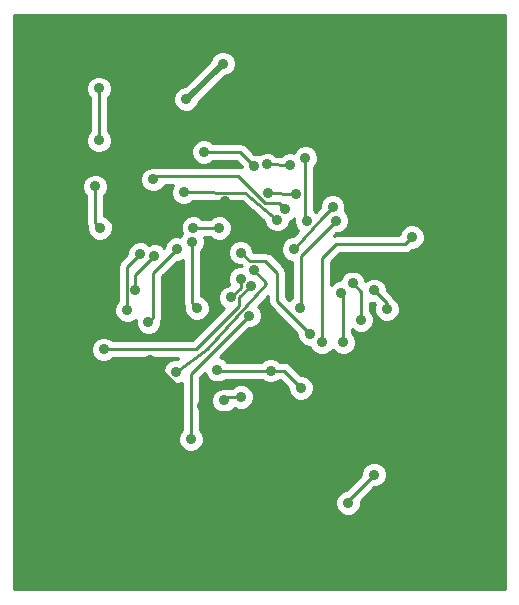
<source format=gbl>
G04 (created by PCBNEW (25-Oct-2014 BZR 4029)-stable) date Mon 07 Sep 2015 11:32:33 AM EDT*
%MOIN*%
G04 Gerber Fmt 3.4, Leading zero omitted, Abs format*
%FSLAX34Y34*%
G01*
G70*
G90*
G04 APERTURE LIST*
%ADD10C,0.00393701*%
%ADD11C,0.035*%
%ADD12C,0.02*%
%ADD13C,0.01*%
G04 APERTURE END LIST*
G54D10*
G54D11*
X47362Y-34566D03*
X48582Y-33385D03*
X50059Y-36748D03*
X50826Y-36771D03*
X49633Y-36807D03*
X47952Y-36326D03*
X51889Y-42677D03*
X54881Y-39173D03*
X47047Y-39566D03*
X46102Y-42007D03*
X47598Y-38858D03*
X48464Y-38858D03*
X56614Y-35472D03*
X46141Y-43267D03*
X47047Y-44212D03*
X46023Y-35118D03*
X44448Y-36811D03*
X46496Y-48307D03*
X47007Y-47755D03*
X54606Y-39960D03*
X55629Y-40000D03*
X57007Y-38346D03*
X49740Y-44629D03*
X47889Y-44791D03*
X48661Y-37952D03*
X44881Y-39960D03*
X50708Y-45551D03*
X50984Y-44803D03*
X55314Y-43267D03*
X55393Y-41732D03*
X42362Y-37362D03*
X43307Y-39173D03*
X45393Y-42204D03*
X44527Y-41023D03*
X56062Y-45236D03*
X55039Y-45236D03*
X46062Y-46732D03*
X44094Y-45866D03*
X52244Y-43110D03*
X54724Y-41771D03*
X45669Y-40944D03*
X46299Y-39803D03*
X44330Y-37480D03*
X44488Y-38858D03*
X44448Y-34212D03*
X44448Y-35944D03*
X47559Y-39330D03*
X47716Y-41535D03*
X46259Y-37244D03*
X50669Y-38228D03*
X47011Y-43649D03*
X49606Y-40275D03*
X44606Y-42913D03*
X49527Y-40787D03*
X49173Y-40551D03*
X48858Y-41181D03*
X52244Y-38149D03*
X50944Y-39566D03*
X47283Y-37677D03*
X50393Y-38582D03*
X52362Y-38622D03*
X51141Y-41535D03*
X54055Y-41574D03*
X53622Y-40944D03*
X53188Y-41929D03*
X52913Y-40708D03*
X48405Y-43590D03*
X51185Y-44192D03*
X50177Y-43618D03*
X51023Y-37716D03*
X50078Y-37708D03*
X51338Y-36535D03*
X51377Y-38622D03*
X49188Y-44492D03*
X48629Y-44610D03*
X52755Y-48031D03*
X53622Y-47086D03*
X51496Y-42401D03*
X49173Y-39685D03*
X45393Y-41614D03*
X45826Y-39724D03*
X52598Y-42677D03*
X52519Y-41023D03*
X47519Y-45901D03*
X49460Y-41783D03*
G54D12*
X47401Y-34566D02*
X47362Y-34566D01*
X48582Y-33385D02*
X47401Y-34566D01*
G54D13*
X50807Y-36751D02*
X50059Y-36748D01*
X50826Y-36771D02*
X50807Y-36751D01*
X49633Y-36807D02*
X49153Y-36326D01*
X49153Y-36326D02*
X47952Y-36326D01*
X51889Y-39881D02*
X51889Y-42677D01*
X52362Y-39409D02*
X51889Y-39881D01*
X54645Y-39409D02*
X52362Y-39409D01*
X54881Y-39173D02*
X54645Y-39409D01*
X46259Y-40354D02*
X47047Y-39566D01*
X46259Y-41850D02*
X46259Y-40354D01*
X46102Y-42007D02*
X46259Y-41850D01*
X47598Y-38858D02*
X48464Y-38858D01*
G54D12*
X46141Y-43307D02*
X46141Y-43267D01*
X47047Y-44212D02*
X46141Y-43307D01*
X46023Y-35236D02*
X46023Y-35118D01*
X44448Y-36811D02*
X46023Y-35236D01*
G54D13*
X46496Y-48307D02*
X47007Y-47795D01*
X47007Y-47795D02*
X47007Y-47755D01*
G54D12*
X55590Y-39960D02*
X54606Y-39960D01*
X55629Y-40000D02*
X55590Y-39960D01*
X56574Y-37913D02*
X56614Y-35472D01*
X57007Y-38346D02*
X56574Y-37913D01*
G54D13*
X49381Y-44988D02*
X49740Y-44629D01*
X48086Y-44988D02*
X49381Y-44988D01*
X47889Y-44791D02*
X48086Y-44988D01*
X48228Y-38385D02*
X48661Y-37952D01*
X46456Y-38385D02*
X48228Y-38385D01*
X44881Y-39960D02*
X46456Y-38385D01*
X50984Y-45275D02*
X50984Y-44803D01*
X50708Y-45551D02*
X50984Y-45275D01*
X55393Y-43188D02*
X55393Y-41732D01*
X55314Y-43267D02*
X55393Y-43188D01*
X42362Y-38425D02*
X42362Y-37362D01*
X42834Y-38897D02*
X42362Y-38425D01*
X43031Y-38897D02*
X42834Y-38897D01*
X43307Y-39173D02*
X43031Y-38897D01*
X44527Y-41023D02*
X44921Y-41417D01*
X44921Y-41417D02*
X44921Y-41732D01*
X44921Y-41732D02*
X45393Y-42204D01*
X55039Y-45236D02*
X56062Y-45236D01*
X46062Y-46732D02*
X45196Y-45866D01*
X45196Y-45866D02*
X44094Y-45866D01*
X53385Y-43110D02*
X52244Y-43110D01*
X54724Y-41771D02*
X53385Y-43110D01*
X45669Y-40433D02*
X45669Y-40944D01*
X46299Y-39803D02*
X45669Y-40433D01*
X44330Y-38700D02*
X44330Y-37480D01*
X44488Y-38858D02*
X44330Y-38700D01*
X44448Y-35944D02*
X44448Y-34212D01*
X47559Y-41377D02*
X47559Y-39330D01*
X47716Y-41535D02*
X47559Y-41377D01*
X46377Y-37125D02*
X46259Y-37244D01*
X49094Y-37125D02*
X46377Y-37125D01*
X50000Y-38031D02*
X49094Y-37125D01*
X50472Y-38031D02*
X50000Y-38031D01*
X50669Y-38228D02*
X50472Y-38031D01*
X48050Y-42900D02*
X47011Y-43649D01*
X50039Y-40748D02*
X48050Y-42900D01*
X50039Y-40708D02*
X50039Y-40748D01*
X49606Y-40275D02*
X50039Y-40708D01*
X47677Y-42913D02*
X44606Y-42913D01*
X49133Y-41456D02*
X47677Y-42913D01*
X49133Y-41181D02*
X49133Y-41456D01*
X49527Y-40787D02*
X49133Y-41181D01*
X49173Y-40866D02*
X49173Y-40551D01*
X48858Y-41181D02*
X49173Y-40866D01*
X51889Y-38543D02*
X52244Y-38149D01*
X50944Y-39566D02*
X51889Y-38543D01*
X49330Y-37682D02*
X47283Y-37677D01*
X50393Y-38582D02*
X49330Y-37682D01*
X51181Y-39803D02*
X52362Y-38622D01*
X51181Y-41496D02*
X51181Y-39803D01*
X51141Y-41535D02*
X51181Y-41496D01*
X54055Y-41377D02*
X54055Y-41574D01*
X53622Y-40944D02*
X54055Y-41377D01*
X53188Y-40984D02*
X53188Y-41929D01*
X52913Y-40708D02*
X53188Y-40984D01*
X48433Y-43618D02*
X50177Y-43618D01*
X48405Y-43590D02*
X48433Y-43618D01*
X51185Y-44192D02*
X50610Y-43618D01*
X50610Y-43618D02*
X50177Y-43618D01*
X50078Y-37708D02*
X51023Y-37716D01*
X51338Y-38582D02*
X51338Y-36535D01*
X51377Y-38622D02*
X51338Y-38582D01*
X48748Y-44492D02*
X49188Y-44492D01*
X48629Y-44610D02*
X48748Y-44492D01*
X52755Y-47952D02*
X52755Y-48031D01*
X53622Y-47086D02*
X52755Y-47952D01*
X50393Y-41299D02*
X51496Y-42401D01*
X50393Y-40354D02*
X50393Y-41299D01*
X50000Y-39960D02*
X50393Y-40354D01*
X49488Y-39960D02*
X50000Y-39960D01*
X49173Y-39685D02*
X49488Y-39960D01*
X45393Y-40157D02*
X45393Y-41614D01*
X45826Y-39724D02*
X45393Y-40157D01*
X52598Y-41102D02*
X52598Y-42677D01*
X52519Y-41023D02*
X52598Y-41102D01*
X47519Y-43724D02*
X47519Y-45901D01*
X49460Y-41783D02*
X47519Y-43724D01*
G54D10*
G36*
X57988Y-50901D02*
X55306Y-50901D01*
X55306Y-39089D01*
X55242Y-38932D01*
X55122Y-38813D01*
X54966Y-38748D01*
X54797Y-38748D01*
X54641Y-38812D01*
X54521Y-38932D01*
X54456Y-39088D01*
X54456Y-39109D01*
X52362Y-39109D01*
X52283Y-39125D01*
X52361Y-39047D01*
X52446Y-39047D01*
X52602Y-38982D01*
X52722Y-38863D01*
X52787Y-38706D01*
X52787Y-38537D01*
X52722Y-38381D01*
X52641Y-38300D01*
X52669Y-38234D01*
X52669Y-38065D01*
X52604Y-37909D01*
X52485Y-37789D01*
X52329Y-37724D01*
X52159Y-37724D01*
X52003Y-37789D01*
X51884Y-37908D01*
X51819Y-38064D01*
X51819Y-38173D01*
X51682Y-38325D01*
X51638Y-38281D01*
X51638Y-36836D01*
X51698Y-36776D01*
X51763Y-36620D01*
X51763Y-36451D01*
X51699Y-36295D01*
X51579Y-36175D01*
X51423Y-36110D01*
X51254Y-36110D01*
X51098Y-36174D01*
X50978Y-36294D01*
X50950Y-36362D01*
X50911Y-36346D01*
X50742Y-36346D01*
X50586Y-36411D01*
X50546Y-36450D01*
X50361Y-36449D01*
X50300Y-36387D01*
X50143Y-36323D01*
X49974Y-36322D01*
X49818Y-36387D01*
X49793Y-36413D01*
X49718Y-36382D01*
X49633Y-36382D01*
X49365Y-36114D01*
X49268Y-36049D01*
X49153Y-36026D01*
X49007Y-36026D01*
X49007Y-33301D01*
X48943Y-33145D01*
X48823Y-33025D01*
X48667Y-32960D01*
X48498Y-32960D01*
X48342Y-33025D01*
X48222Y-33144D01*
X48157Y-33300D01*
X48157Y-33315D01*
X47331Y-34141D01*
X47278Y-34141D01*
X47121Y-34206D01*
X47002Y-34325D01*
X46937Y-34482D01*
X46937Y-34651D01*
X47001Y-34807D01*
X47121Y-34927D01*
X47277Y-34991D01*
X47446Y-34992D01*
X47602Y-34927D01*
X47722Y-34807D01*
X47769Y-34693D01*
X48652Y-33810D01*
X48666Y-33810D01*
X48823Y-33746D01*
X48942Y-33626D01*
X49007Y-33470D01*
X49007Y-33301D01*
X49007Y-36026D01*
X48253Y-36026D01*
X48193Y-35966D01*
X48037Y-35901D01*
X47868Y-35901D01*
X47712Y-35966D01*
X47592Y-36085D01*
X47527Y-36241D01*
X47527Y-36410D01*
X47592Y-36567D01*
X47711Y-36686D01*
X47867Y-36751D01*
X48036Y-36751D01*
X48193Y-36687D01*
X48253Y-36626D01*
X49029Y-36626D01*
X49208Y-36806D01*
X49208Y-36848D01*
X49094Y-36825D01*
X46377Y-36825D01*
X46366Y-36828D01*
X46366Y-36828D01*
X46344Y-36819D01*
X46175Y-36819D01*
X46019Y-36883D01*
X45899Y-37003D01*
X45834Y-37159D01*
X45834Y-37328D01*
X45899Y-37484D01*
X46018Y-37604D01*
X46174Y-37669D01*
X46344Y-37669D01*
X46500Y-37604D01*
X46619Y-37485D01*
X46644Y-37425D01*
X46933Y-37425D01*
X46923Y-37436D01*
X46858Y-37592D01*
X46858Y-37761D01*
X46922Y-37917D01*
X47042Y-38037D01*
X47198Y-38102D01*
X47367Y-38102D01*
X47523Y-38037D01*
X47583Y-37977D01*
X49218Y-37980D01*
X49968Y-38616D01*
X49968Y-38666D01*
X50033Y-38823D01*
X50152Y-38942D01*
X50308Y-39007D01*
X50477Y-39007D01*
X50634Y-38943D01*
X50753Y-38823D01*
X50818Y-38667D01*
X50818Y-38626D01*
X50909Y-38588D01*
X50953Y-38545D01*
X50952Y-38706D01*
X51017Y-38862D01*
X51105Y-38950D01*
X50928Y-39141D01*
X50860Y-39141D01*
X50704Y-39206D01*
X50584Y-39325D01*
X50519Y-39482D01*
X50519Y-39651D01*
X50584Y-39807D01*
X50703Y-39927D01*
X50859Y-39991D01*
X50881Y-39991D01*
X50881Y-41195D01*
X50797Y-41278D01*
X50693Y-41174D01*
X50693Y-40354D01*
X50670Y-40239D01*
X50605Y-40142D01*
X50605Y-40142D01*
X50212Y-39748D01*
X50114Y-39683D01*
X50000Y-39660D01*
X49600Y-39660D01*
X49598Y-39658D01*
X49598Y-39600D01*
X49533Y-39444D01*
X49414Y-39324D01*
X49258Y-39260D01*
X49089Y-39259D01*
X48932Y-39324D01*
X48889Y-39367D01*
X48889Y-38774D01*
X48825Y-38617D01*
X48705Y-38498D01*
X48549Y-38433D01*
X48380Y-38433D01*
X48224Y-38497D01*
X48163Y-38558D01*
X47899Y-38558D01*
X47839Y-38498D01*
X47683Y-38433D01*
X47514Y-38433D01*
X47357Y-38497D01*
X47238Y-38617D01*
X47173Y-38773D01*
X47173Y-38942D01*
X47223Y-39064D01*
X47198Y-39089D01*
X47170Y-39157D01*
X47132Y-39142D01*
X46963Y-39141D01*
X46806Y-39206D01*
X46687Y-39325D01*
X46622Y-39482D01*
X46622Y-39525D01*
X46540Y-39443D01*
X46384Y-39378D01*
X46215Y-39378D01*
X46120Y-39417D01*
X46067Y-39364D01*
X45911Y-39299D01*
X45742Y-39299D01*
X45586Y-39363D01*
X45466Y-39483D01*
X45401Y-39639D01*
X45401Y-39725D01*
X45181Y-39945D01*
X45116Y-40042D01*
X45093Y-40157D01*
X45093Y-41313D01*
X45033Y-41373D01*
X44968Y-41529D01*
X44968Y-41698D01*
X45033Y-41854D01*
X45152Y-41974D01*
X45308Y-42039D01*
X45477Y-42039D01*
X45634Y-41974D01*
X45677Y-41931D01*
X45677Y-42092D01*
X45741Y-42248D01*
X45861Y-42367D01*
X46017Y-42432D01*
X46186Y-42432D01*
X46342Y-42368D01*
X46462Y-42248D01*
X46527Y-42092D01*
X46527Y-41979D01*
X46527Y-41979D01*
X46537Y-41965D01*
X46559Y-41850D01*
X46559Y-41850D01*
X46559Y-40478D01*
X47046Y-39991D01*
X47131Y-39992D01*
X47259Y-39939D01*
X47259Y-41377D01*
X47281Y-41492D01*
X47291Y-41507D01*
X47291Y-41619D01*
X47356Y-41775D01*
X47475Y-41895D01*
X47631Y-41960D01*
X47800Y-41960D01*
X47956Y-41895D01*
X48076Y-41776D01*
X48141Y-41620D01*
X48141Y-41451D01*
X48077Y-41295D01*
X47957Y-41175D01*
X47859Y-41134D01*
X47859Y-39631D01*
X47919Y-39571D01*
X47983Y-39415D01*
X47984Y-39246D01*
X47947Y-39158D01*
X48163Y-39158D01*
X48223Y-39218D01*
X48379Y-39283D01*
X48548Y-39283D01*
X48704Y-39218D01*
X48824Y-39099D01*
X48889Y-38943D01*
X48889Y-38774D01*
X48889Y-39367D01*
X48813Y-39443D01*
X48748Y-39600D01*
X48748Y-39769D01*
X48812Y-39925D01*
X48932Y-40045D01*
X49088Y-40109D01*
X49203Y-40110D01*
X49211Y-40117D01*
X49208Y-40126D01*
X49089Y-40126D01*
X48932Y-40190D01*
X48813Y-40310D01*
X48748Y-40466D01*
X48748Y-40635D01*
X48798Y-40756D01*
X48774Y-40756D01*
X48617Y-40820D01*
X48498Y-40940D01*
X48433Y-41096D01*
X48433Y-41265D01*
X48497Y-41421D01*
X48617Y-41541D01*
X48622Y-41543D01*
X47552Y-42613D01*
X44913Y-42613D01*
X44913Y-38774D01*
X44873Y-38678D01*
X44873Y-35860D01*
X44809Y-35704D01*
X44748Y-35643D01*
X44748Y-34513D01*
X44808Y-34453D01*
X44873Y-34297D01*
X44873Y-34128D01*
X44809Y-33972D01*
X44689Y-33852D01*
X44533Y-33787D01*
X44364Y-33787D01*
X44208Y-33852D01*
X44088Y-33971D01*
X44023Y-34127D01*
X44023Y-34296D01*
X44088Y-34453D01*
X44148Y-34513D01*
X44148Y-35643D01*
X44088Y-35703D01*
X44023Y-35859D01*
X44023Y-36029D01*
X44088Y-36185D01*
X44207Y-36304D01*
X44363Y-36369D01*
X44532Y-36369D01*
X44689Y-36305D01*
X44808Y-36185D01*
X44873Y-36029D01*
X44873Y-35860D01*
X44873Y-38678D01*
X44848Y-38617D01*
X44729Y-38498D01*
X44630Y-38457D01*
X44630Y-37781D01*
X44690Y-37721D01*
X44755Y-37565D01*
X44755Y-37396D01*
X44691Y-37239D01*
X44571Y-37120D01*
X44415Y-37055D01*
X44246Y-37055D01*
X44090Y-37119D01*
X43970Y-37239D01*
X43905Y-37395D01*
X43905Y-37564D01*
X43970Y-37720D01*
X44030Y-37781D01*
X44030Y-38700D01*
X44053Y-38815D01*
X44063Y-38830D01*
X44063Y-38942D01*
X44127Y-39098D01*
X44247Y-39218D01*
X44403Y-39283D01*
X44572Y-39283D01*
X44728Y-39218D01*
X44848Y-39099D01*
X44913Y-38943D01*
X44913Y-38774D01*
X44913Y-42613D01*
X44907Y-42613D01*
X44847Y-42553D01*
X44691Y-42488D01*
X44522Y-42488D01*
X44365Y-42552D01*
X44246Y-42672D01*
X44181Y-42828D01*
X44181Y-42997D01*
X44245Y-43153D01*
X44365Y-43273D01*
X44521Y-43338D01*
X44690Y-43338D01*
X44846Y-43273D01*
X44907Y-43213D01*
X47103Y-43213D01*
X47088Y-43224D01*
X46927Y-43224D01*
X46771Y-43289D01*
X46651Y-43408D01*
X46586Y-43564D01*
X46586Y-43733D01*
X46651Y-43890D01*
X46770Y-44009D01*
X46926Y-44074D01*
X47095Y-44074D01*
X47219Y-44023D01*
X47219Y-45600D01*
X47159Y-45660D01*
X47094Y-45816D01*
X47094Y-45985D01*
X47159Y-46142D01*
X47278Y-46261D01*
X47434Y-46326D01*
X47603Y-46326D01*
X47760Y-46262D01*
X47879Y-46142D01*
X47944Y-45986D01*
X47944Y-45817D01*
X47880Y-45661D01*
X47819Y-45600D01*
X47819Y-43848D01*
X47984Y-43684D01*
X48045Y-43830D01*
X48164Y-43950D01*
X48320Y-44015D01*
X48489Y-44015D01*
X48645Y-43951D01*
X48678Y-43918D01*
X49876Y-43918D01*
X49936Y-43978D01*
X50092Y-44043D01*
X50261Y-44043D01*
X50417Y-43978D01*
X50478Y-43918D01*
X50485Y-43918D01*
X50760Y-44192D01*
X50759Y-44277D01*
X50824Y-44433D01*
X50943Y-44553D01*
X51100Y-44617D01*
X51269Y-44617D01*
X51425Y-44553D01*
X51545Y-44433D01*
X51609Y-44277D01*
X51610Y-44108D01*
X51545Y-43952D01*
X51426Y-43832D01*
X51269Y-43767D01*
X51184Y-43767D01*
X50822Y-43405D01*
X50725Y-43340D01*
X50610Y-43318D01*
X50478Y-43318D01*
X50418Y-43258D01*
X50262Y-43193D01*
X50092Y-43193D01*
X49936Y-43257D01*
X49876Y-43318D01*
X48734Y-43318D01*
X48646Y-43230D01*
X48499Y-43169D01*
X49459Y-42208D01*
X49544Y-42208D01*
X49701Y-42143D01*
X49820Y-42024D01*
X49885Y-41868D01*
X49885Y-41699D01*
X49821Y-41543D01*
X49766Y-41488D01*
X50093Y-41134D01*
X50093Y-41299D01*
X50116Y-41414D01*
X50181Y-41511D01*
X51071Y-42400D01*
X51070Y-42485D01*
X51135Y-42642D01*
X51255Y-42761D01*
X51411Y-42826D01*
X51491Y-42826D01*
X51529Y-42917D01*
X51648Y-43037D01*
X51804Y-43102D01*
X51973Y-43102D01*
X52130Y-43037D01*
X52244Y-42923D01*
X52357Y-43037D01*
X52513Y-43102D01*
X52682Y-43102D01*
X52838Y-43037D01*
X52958Y-42918D01*
X53023Y-42762D01*
X53023Y-42592D01*
X52958Y-42436D01*
X52898Y-42376D01*
X52898Y-42239D01*
X52947Y-42289D01*
X53104Y-42354D01*
X53273Y-42354D01*
X53429Y-42289D01*
X53549Y-42170D01*
X53613Y-42014D01*
X53614Y-41844D01*
X53549Y-41688D01*
X53488Y-41628D01*
X53488Y-41349D01*
X53537Y-41369D01*
X53622Y-41369D01*
X53663Y-41410D01*
X53630Y-41489D01*
X53630Y-41658D01*
X53694Y-41815D01*
X53814Y-41934D01*
X53970Y-41999D01*
X54139Y-41999D01*
X54295Y-41935D01*
X54415Y-41815D01*
X54480Y-41659D01*
X54480Y-41490D01*
X54415Y-41334D01*
X54307Y-41226D01*
X54307Y-41226D01*
X54267Y-41165D01*
X54267Y-41165D01*
X54047Y-40945D01*
X54047Y-40860D01*
X53982Y-40704D01*
X53863Y-40584D01*
X53706Y-40519D01*
X53537Y-40519D01*
X53381Y-40584D01*
X53338Y-40627D01*
X53338Y-40624D01*
X53273Y-40468D01*
X53154Y-40348D01*
X52998Y-40283D01*
X52829Y-40283D01*
X52672Y-40348D01*
X52553Y-40467D01*
X52498Y-40598D01*
X52435Y-40598D01*
X52279Y-40663D01*
X52189Y-40752D01*
X52189Y-40006D01*
X52486Y-39709D01*
X54645Y-39709D01*
X54645Y-39709D01*
X54760Y-39686D01*
X54760Y-39686D01*
X54857Y-39621D01*
X54881Y-39598D01*
X54966Y-39598D01*
X55122Y-39533D01*
X55241Y-39414D01*
X55306Y-39258D01*
X55306Y-39089D01*
X55306Y-50901D01*
X54047Y-50901D01*
X54047Y-47002D01*
X53982Y-46846D01*
X53863Y-46726D01*
X53706Y-46661D01*
X53537Y-46661D01*
X53381Y-46726D01*
X53261Y-46845D01*
X53197Y-47001D01*
X53197Y-47087D01*
X52677Y-47606D01*
X52671Y-47606D01*
X52515Y-47670D01*
X52395Y-47790D01*
X52330Y-47946D01*
X52330Y-48115D01*
X52395Y-48271D01*
X52514Y-48391D01*
X52670Y-48456D01*
X52840Y-48456D01*
X52996Y-48392D01*
X53115Y-48272D01*
X53180Y-48116D01*
X53180Y-47951D01*
X53621Y-47511D01*
X53706Y-47511D01*
X53862Y-47447D01*
X53982Y-47327D01*
X54046Y-47171D01*
X54047Y-47002D01*
X54047Y-50901D01*
X49614Y-50901D01*
X49614Y-44407D01*
X49549Y-44251D01*
X49430Y-44132D01*
X49273Y-44067D01*
X49104Y-44067D01*
X48948Y-44131D01*
X48887Y-44192D01*
X48748Y-44192D01*
X48736Y-44194D01*
X48736Y-44194D01*
X48714Y-44185D01*
X48545Y-44185D01*
X48389Y-44249D01*
X48269Y-44369D01*
X48204Y-44525D01*
X48204Y-44694D01*
X48269Y-44850D01*
X48388Y-44970D01*
X48545Y-45035D01*
X48714Y-45035D01*
X48870Y-44970D01*
X48976Y-44864D01*
X49104Y-44917D01*
X49273Y-44917D01*
X49429Y-44852D01*
X49549Y-44733D01*
X49613Y-44577D01*
X49614Y-44407D01*
X49614Y-50901D01*
X41618Y-50901D01*
X41618Y-31775D01*
X57988Y-31775D01*
X57988Y-50901D01*
X57988Y-50901D01*
G37*
G54D13*
X57988Y-50901D02*
X55306Y-50901D01*
X55306Y-39089D01*
X55242Y-38932D01*
X55122Y-38813D01*
X54966Y-38748D01*
X54797Y-38748D01*
X54641Y-38812D01*
X54521Y-38932D01*
X54456Y-39088D01*
X54456Y-39109D01*
X52362Y-39109D01*
X52283Y-39125D01*
X52361Y-39047D01*
X52446Y-39047D01*
X52602Y-38982D01*
X52722Y-38863D01*
X52787Y-38706D01*
X52787Y-38537D01*
X52722Y-38381D01*
X52641Y-38300D01*
X52669Y-38234D01*
X52669Y-38065D01*
X52604Y-37909D01*
X52485Y-37789D01*
X52329Y-37724D01*
X52159Y-37724D01*
X52003Y-37789D01*
X51884Y-37908D01*
X51819Y-38064D01*
X51819Y-38173D01*
X51682Y-38325D01*
X51638Y-38281D01*
X51638Y-36836D01*
X51698Y-36776D01*
X51763Y-36620D01*
X51763Y-36451D01*
X51699Y-36295D01*
X51579Y-36175D01*
X51423Y-36110D01*
X51254Y-36110D01*
X51098Y-36174D01*
X50978Y-36294D01*
X50950Y-36362D01*
X50911Y-36346D01*
X50742Y-36346D01*
X50586Y-36411D01*
X50546Y-36450D01*
X50361Y-36449D01*
X50300Y-36387D01*
X50143Y-36323D01*
X49974Y-36322D01*
X49818Y-36387D01*
X49793Y-36413D01*
X49718Y-36382D01*
X49633Y-36382D01*
X49365Y-36114D01*
X49268Y-36049D01*
X49153Y-36026D01*
X49007Y-36026D01*
X49007Y-33301D01*
X48943Y-33145D01*
X48823Y-33025D01*
X48667Y-32960D01*
X48498Y-32960D01*
X48342Y-33025D01*
X48222Y-33144D01*
X48157Y-33300D01*
X48157Y-33315D01*
X47331Y-34141D01*
X47278Y-34141D01*
X47121Y-34206D01*
X47002Y-34325D01*
X46937Y-34482D01*
X46937Y-34651D01*
X47001Y-34807D01*
X47121Y-34927D01*
X47277Y-34991D01*
X47446Y-34992D01*
X47602Y-34927D01*
X47722Y-34807D01*
X47769Y-34693D01*
X48652Y-33810D01*
X48666Y-33810D01*
X48823Y-33746D01*
X48942Y-33626D01*
X49007Y-33470D01*
X49007Y-33301D01*
X49007Y-36026D01*
X48253Y-36026D01*
X48193Y-35966D01*
X48037Y-35901D01*
X47868Y-35901D01*
X47712Y-35966D01*
X47592Y-36085D01*
X47527Y-36241D01*
X47527Y-36410D01*
X47592Y-36567D01*
X47711Y-36686D01*
X47867Y-36751D01*
X48036Y-36751D01*
X48193Y-36687D01*
X48253Y-36626D01*
X49029Y-36626D01*
X49208Y-36806D01*
X49208Y-36848D01*
X49094Y-36825D01*
X46377Y-36825D01*
X46366Y-36828D01*
X46366Y-36828D01*
X46344Y-36819D01*
X46175Y-36819D01*
X46019Y-36883D01*
X45899Y-37003D01*
X45834Y-37159D01*
X45834Y-37328D01*
X45899Y-37484D01*
X46018Y-37604D01*
X46174Y-37669D01*
X46344Y-37669D01*
X46500Y-37604D01*
X46619Y-37485D01*
X46644Y-37425D01*
X46933Y-37425D01*
X46923Y-37436D01*
X46858Y-37592D01*
X46858Y-37761D01*
X46922Y-37917D01*
X47042Y-38037D01*
X47198Y-38102D01*
X47367Y-38102D01*
X47523Y-38037D01*
X47583Y-37977D01*
X49218Y-37980D01*
X49968Y-38616D01*
X49968Y-38666D01*
X50033Y-38823D01*
X50152Y-38942D01*
X50308Y-39007D01*
X50477Y-39007D01*
X50634Y-38943D01*
X50753Y-38823D01*
X50818Y-38667D01*
X50818Y-38626D01*
X50909Y-38588D01*
X50953Y-38545D01*
X50952Y-38706D01*
X51017Y-38862D01*
X51105Y-38950D01*
X50928Y-39141D01*
X50860Y-39141D01*
X50704Y-39206D01*
X50584Y-39325D01*
X50519Y-39482D01*
X50519Y-39651D01*
X50584Y-39807D01*
X50703Y-39927D01*
X50859Y-39991D01*
X50881Y-39991D01*
X50881Y-41195D01*
X50797Y-41278D01*
X50693Y-41174D01*
X50693Y-40354D01*
X50670Y-40239D01*
X50605Y-40142D01*
X50605Y-40142D01*
X50212Y-39748D01*
X50114Y-39683D01*
X50000Y-39660D01*
X49600Y-39660D01*
X49598Y-39658D01*
X49598Y-39600D01*
X49533Y-39444D01*
X49414Y-39324D01*
X49258Y-39260D01*
X49089Y-39259D01*
X48932Y-39324D01*
X48889Y-39367D01*
X48889Y-38774D01*
X48825Y-38617D01*
X48705Y-38498D01*
X48549Y-38433D01*
X48380Y-38433D01*
X48224Y-38497D01*
X48163Y-38558D01*
X47899Y-38558D01*
X47839Y-38498D01*
X47683Y-38433D01*
X47514Y-38433D01*
X47357Y-38497D01*
X47238Y-38617D01*
X47173Y-38773D01*
X47173Y-38942D01*
X47223Y-39064D01*
X47198Y-39089D01*
X47170Y-39157D01*
X47132Y-39142D01*
X46963Y-39141D01*
X46806Y-39206D01*
X46687Y-39325D01*
X46622Y-39482D01*
X46622Y-39525D01*
X46540Y-39443D01*
X46384Y-39378D01*
X46215Y-39378D01*
X46120Y-39417D01*
X46067Y-39364D01*
X45911Y-39299D01*
X45742Y-39299D01*
X45586Y-39363D01*
X45466Y-39483D01*
X45401Y-39639D01*
X45401Y-39725D01*
X45181Y-39945D01*
X45116Y-40042D01*
X45093Y-40157D01*
X45093Y-41313D01*
X45033Y-41373D01*
X44968Y-41529D01*
X44968Y-41698D01*
X45033Y-41854D01*
X45152Y-41974D01*
X45308Y-42039D01*
X45477Y-42039D01*
X45634Y-41974D01*
X45677Y-41931D01*
X45677Y-42092D01*
X45741Y-42248D01*
X45861Y-42367D01*
X46017Y-42432D01*
X46186Y-42432D01*
X46342Y-42368D01*
X46462Y-42248D01*
X46527Y-42092D01*
X46527Y-41979D01*
X46527Y-41979D01*
X46537Y-41965D01*
X46559Y-41850D01*
X46559Y-41850D01*
X46559Y-40478D01*
X47046Y-39991D01*
X47131Y-39992D01*
X47259Y-39939D01*
X47259Y-41377D01*
X47281Y-41492D01*
X47291Y-41507D01*
X47291Y-41619D01*
X47356Y-41775D01*
X47475Y-41895D01*
X47631Y-41960D01*
X47800Y-41960D01*
X47956Y-41895D01*
X48076Y-41776D01*
X48141Y-41620D01*
X48141Y-41451D01*
X48077Y-41295D01*
X47957Y-41175D01*
X47859Y-41134D01*
X47859Y-39631D01*
X47919Y-39571D01*
X47983Y-39415D01*
X47984Y-39246D01*
X47947Y-39158D01*
X48163Y-39158D01*
X48223Y-39218D01*
X48379Y-39283D01*
X48548Y-39283D01*
X48704Y-39218D01*
X48824Y-39099D01*
X48889Y-38943D01*
X48889Y-38774D01*
X48889Y-39367D01*
X48813Y-39443D01*
X48748Y-39600D01*
X48748Y-39769D01*
X48812Y-39925D01*
X48932Y-40045D01*
X49088Y-40109D01*
X49203Y-40110D01*
X49211Y-40117D01*
X49208Y-40126D01*
X49089Y-40126D01*
X48932Y-40190D01*
X48813Y-40310D01*
X48748Y-40466D01*
X48748Y-40635D01*
X48798Y-40756D01*
X48774Y-40756D01*
X48617Y-40820D01*
X48498Y-40940D01*
X48433Y-41096D01*
X48433Y-41265D01*
X48497Y-41421D01*
X48617Y-41541D01*
X48622Y-41543D01*
X47552Y-42613D01*
X44913Y-42613D01*
X44913Y-38774D01*
X44873Y-38678D01*
X44873Y-35860D01*
X44809Y-35704D01*
X44748Y-35643D01*
X44748Y-34513D01*
X44808Y-34453D01*
X44873Y-34297D01*
X44873Y-34128D01*
X44809Y-33972D01*
X44689Y-33852D01*
X44533Y-33787D01*
X44364Y-33787D01*
X44208Y-33852D01*
X44088Y-33971D01*
X44023Y-34127D01*
X44023Y-34296D01*
X44088Y-34453D01*
X44148Y-34513D01*
X44148Y-35643D01*
X44088Y-35703D01*
X44023Y-35859D01*
X44023Y-36029D01*
X44088Y-36185D01*
X44207Y-36304D01*
X44363Y-36369D01*
X44532Y-36369D01*
X44689Y-36305D01*
X44808Y-36185D01*
X44873Y-36029D01*
X44873Y-35860D01*
X44873Y-38678D01*
X44848Y-38617D01*
X44729Y-38498D01*
X44630Y-38457D01*
X44630Y-37781D01*
X44690Y-37721D01*
X44755Y-37565D01*
X44755Y-37396D01*
X44691Y-37239D01*
X44571Y-37120D01*
X44415Y-37055D01*
X44246Y-37055D01*
X44090Y-37119D01*
X43970Y-37239D01*
X43905Y-37395D01*
X43905Y-37564D01*
X43970Y-37720D01*
X44030Y-37781D01*
X44030Y-38700D01*
X44053Y-38815D01*
X44063Y-38830D01*
X44063Y-38942D01*
X44127Y-39098D01*
X44247Y-39218D01*
X44403Y-39283D01*
X44572Y-39283D01*
X44728Y-39218D01*
X44848Y-39099D01*
X44913Y-38943D01*
X44913Y-38774D01*
X44913Y-42613D01*
X44907Y-42613D01*
X44847Y-42553D01*
X44691Y-42488D01*
X44522Y-42488D01*
X44365Y-42552D01*
X44246Y-42672D01*
X44181Y-42828D01*
X44181Y-42997D01*
X44245Y-43153D01*
X44365Y-43273D01*
X44521Y-43338D01*
X44690Y-43338D01*
X44846Y-43273D01*
X44907Y-43213D01*
X47103Y-43213D01*
X47088Y-43224D01*
X46927Y-43224D01*
X46771Y-43289D01*
X46651Y-43408D01*
X46586Y-43564D01*
X46586Y-43733D01*
X46651Y-43890D01*
X46770Y-44009D01*
X46926Y-44074D01*
X47095Y-44074D01*
X47219Y-44023D01*
X47219Y-45600D01*
X47159Y-45660D01*
X47094Y-45816D01*
X47094Y-45985D01*
X47159Y-46142D01*
X47278Y-46261D01*
X47434Y-46326D01*
X47603Y-46326D01*
X47760Y-46262D01*
X47879Y-46142D01*
X47944Y-45986D01*
X47944Y-45817D01*
X47880Y-45661D01*
X47819Y-45600D01*
X47819Y-43848D01*
X47984Y-43684D01*
X48045Y-43830D01*
X48164Y-43950D01*
X48320Y-44015D01*
X48489Y-44015D01*
X48645Y-43951D01*
X48678Y-43918D01*
X49876Y-43918D01*
X49936Y-43978D01*
X50092Y-44043D01*
X50261Y-44043D01*
X50417Y-43978D01*
X50478Y-43918D01*
X50485Y-43918D01*
X50760Y-44192D01*
X50759Y-44277D01*
X50824Y-44433D01*
X50943Y-44553D01*
X51100Y-44617D01*
X51269Y-44617D01*
X51425Y-44553D01*
X51545Y-44433D01*
X51609Y-44277D01*
X51610Y-44108D01*
X51545Y-43952D01*
X51426Y-43832D01*
X51269Y-43767D01*
X51184Y-43767D01*
X50822Y-43405D01*
X50725Y-43340D01*
X50610Y-43318D01*
X50478Y-43318D01*
X50418Y-43258D01*
X50262Y-43193D01*
X50092Y-43193D01*
X49936Y-43257D01*
X49876Y-43318D01*
X48734Y-43318D01*
X48646Y-43230D01*
X48499Y-43169D01*
X49459Y-42208D01*
X49544Y-42208D01*
X49701Y-42143D01*
X49820Y-42024D01*
X49885Y-41868D01*
X49885Y-41699D01*
X49821Y-41543D01*
X49766Y-41488D01*
X50093Y-41134D01*
X50093Y-41299D01*
X50116Y-41414D01*
X50181Y-41511D01*
X51071Y-42400D01*
X51070Y-42485D01*
X51135Y-42642D01*
X51255Y-42761D01*
X51411Y-42826D01*
X51491Y-42826D01*
X51529Y-42917D01*
X51648Y-43037D01*
X51804Y-43102D01*
X51973Y-43102D01*
X52130Y-43037D01*
X52244Y-42923D01*
X52357Y-43037D01*
X52513Y-43102D01*
X52682Y-43102D01*
X52838Y-43037D01*
X52958Y-42918D01*
X53023Y-42762D01*
X53023Y-42592D01*
X52958Y-42436D01*
X52898Y-42376D01*
X52898Y-42239D01*
X52947Y-42289D01*
X53104Y-42354D01*
X53273Y-42354D01*
X53429Y-42289D01*
X53549Y-42170D01*
X53613Y-42014D01*
X53614Y-41844D01*
X53549Y-41688D01*
X53488Y-41628D01*
X53488Y-41349D01*
X53537Y-41369D01*
X53622Y-41369D01*
X53663Y-41410D01*
X53630Y-41489D01*
X53630Y-41658D01*
X53694Y-41815D01*
X53814Y-41934D01*
X53970Y-41999D01*
X54139Y-41999D01*
X54295Y-41935D01*
X54415Y-41815D01*
X54480Y-41659D01*
X54480Y-41490D01*
X54415Y-41334D01*
X54307Y-41226D01*
X54307Y-41226D01*
X54267Y-41165D01*
X54267Y-41165D01*
X54047Y-40945D01*
X54047Y-40860D01*
X53982Y-40704D01*
X53863Y-40584D01*
X53706Y-40519D01*
X53537Y-40519D01*
X53381Y-40584D01*
X53338Y-40627D01*
X53338Y-40624D01*
X53273Y-40468D01*
X53154Y-40348D01*
X52998Y-40283D01*
X52829Y-40283D01*
X52672Y-40348D01*
X52553Y-40467D01*
X52498Y-40598D01*
X52435Y-40598D01*
X52279Y-40663D01*
X52189Y-40752D01*
X52189Y-40006D01*
X52486Y-39709D01*
X54645Y-39709D01*
X54645Y-39709D01*
X54760Y-39686D01*
X54760Y-39686D01*
X54857Y-39621D01*
X54881Y-39598D01*
X54966Y-39598D01*
X55122Y-39533D01*
X55241Y-39414D01*
X55306Y-39258D01*
X55306Y-39089D01*
X55306Y-50901D01*
X54047Y-50901D01*
X54047Y-47002D01*
X53982Y-46846D01*
X53863Y-46726D01*
X53706Y-46661D01*
X53537Y-46661D01*
X53381Y-46726D01*
X53261Y-46845D01*
X53197Y-47001D01*
X53197Y-47087D01*
X52677Y-47606D01*
X52671Y-47606D01*
X52515Y-47670D01*
X52395Y-47790D01*
X52330Y-47946D01*
X52330Y-48115D01*
X52395Y-48271D01*
X52514Y-48391D01*
X52670Y-48456D01*
X52840Y-48456D01*
X52996Y-48392D01*
X53115Y-48272D01*
X53180Y-48116D01*
X53180Y-47951D01*
X53621Y-47511D01*
X53706Y-47511D01*
X53862Y-47447D01*
X53982Y-47327D01*
X54046Y-47171D01*
X54047Y-47002D01*
X54047Y-50901D01*
X49614Y-50901D01*
X49614Y-44407D01*
X49549Y-44251D01*
X49430Y-44132D01*
X49273Y-44067D01*
X49104Y-44067D01*
X48948Y-44131D01*
X48887Y-44192D01*
X48748Y-44192D01*
X48736Y-44194D01*
X48736Y-44194D01*
X48714Y-44185D01*
X48545Y-44185D01*
X48389Y-44249D01*
X48269Y-44369D01*
X48204Y-44525D01*
X48204Y-44694D01*
X48269Y-44850D01*
X48388Y-44970D01*
X48545Y-45035D01*
X48714Y-45035D01*
X48870Y-44970D01*
X48976Y-44864D01*
X49104Y-44917D01*
X49273Y-44917D01*
X49429Y-44852D01*
X49549Y-44733D01*
X49613Y-44577D01*
X49614Y-44407D01*
X49614Y-50901D01*
X41618Y-50901D01*
X41618Y-31775D01*
X57988Y-31775D01*
X57988Y-50901D01*
M02*

</source>
